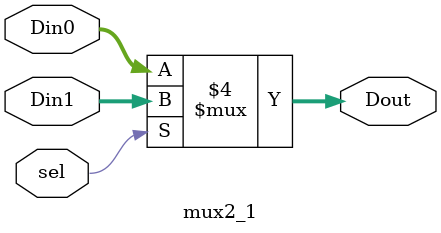
<source format=sv>
module mux2_1 (input logic [15:0] Din0,
               input logic [15:0] Din1,
               input logic sel,
               output logic [15:0] Dout);
               always_comb
            begin
              if (sel == 1'b0)
                   Dout = Din0;
              else  
                   Dout = Din1;
            end
endmodule
</source>
